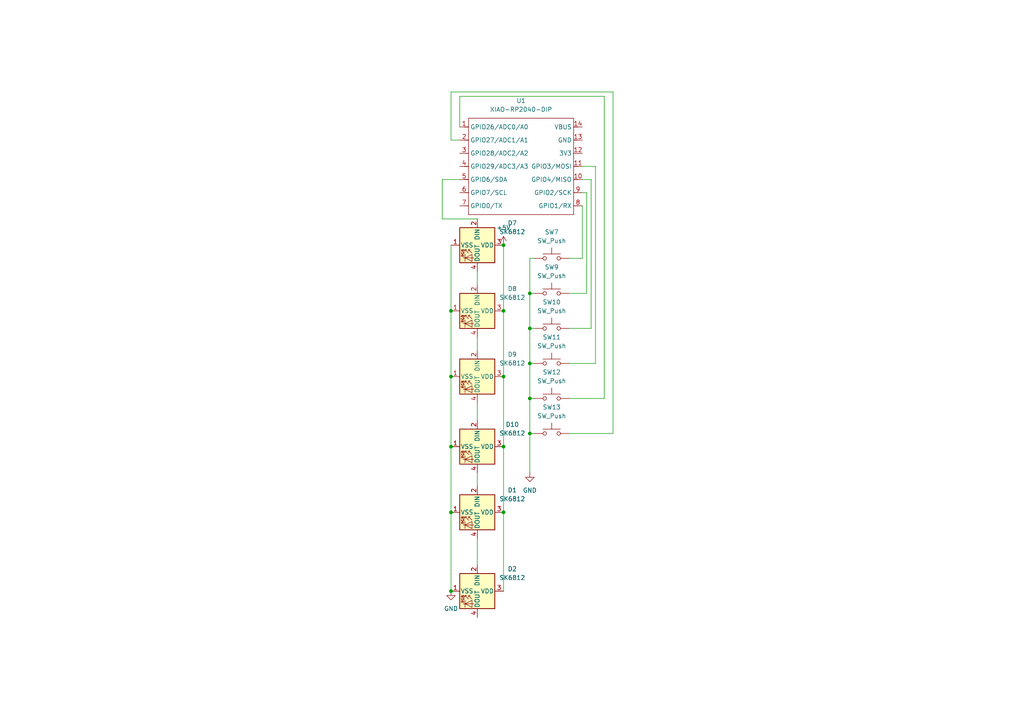
<source format=kicad_sch>
(kicad_sch (version 20250114) (generator "eeschema") (generator_version "9.0")
  (paper "A4")
  (lib_symbols
    (symbol "LED:SK6812" (pin_names (offset 0.254))
      (property "Reference" "D" (at 5.08 5.715 0))
      (property "Value" "SK6812" (at 1.27 -5.715 0))
      (symbol "SK6812_0_0"
        (text "RGB" (at 2.286 -4.191 0) (effects (font (size 0.762 0.762))))
      )
      (symbol "SK6812_0_1"
        (polyline (pts (xy 1.27 -2.54) (xy 1.778 -2.54)))
        (polyline (pts (xy 1.27 -3.556) (xy 1.778 -3.556)))
        (polyline (pts (xy 2.286 -1.524) (xy 1.27 -2.54) (xy 1.27 -2.032)))
        (polyline (pts (xy 2.286 -2.54) (xy 1.27 -3.556) (xy 1.27 -3.048)))
        (polyline (pts (xy 3.683 -1.016) (xy 3.683 -3.556) (xy 3.683 -4.064)))
        (polyline (pts (xy 4.699 -1.524) (xy 2.667 -1.524) (xy 3.683 -3.556) (xy 4.699 -1.524)))
        (polyline (pts (xy 4.699 -3.556) (xy 2.667 -3.556)))
        (rectangle (start 5.08 5.08) (end -5.08 -5.08) (stroke (width 0.254)) (fill (type background)))
      )
      (symbol "SK6812_1_1"
        (pin input line (at -7.62 0 0) (length 2.54) (name "DIN") (number "2"))
        (pin power_in line (at 0 7.62 270) (length 2.54) (name "VDD") (number "3"))
        (pin power_in line (at 0 -7.62 90) (length 2.54) (name "VSS") (number "1"))
        (pin output line (at 7.62 0 180) (length 2.54) (name "DOUT") (number "4"))
      )
    )
    (symbol "Seeed_Studio_XIAO_Series:XIAO-RP2040-DIP"
      (property "Reference" "U" (at 0 0 0))
      (property "Value" "XIAO-RP2040-DIP" (at 5.334 -1.778 0))
      (symbol "XIAO-RP2040-DIP_1_0"
        (polyline (pts (xy -1.27 -2.54) (xy 29.21 -2.54)) (stroke (width 0.1524)))
        (polyline (pts (xy -1.27 -5.08) (xy -2.54 -5.08)) (stroke (width 0.1524)))
        (polyline (pts (xy -1.27 -5.08) (xy -1.27 -2.54)) (stroke (width 0.1524)))
        (polyline (pts (xy -1.27 -8.89) (xy -2.54 -8.89)) (stroke (width 0.1524)))
        (polyline (pts (xy -1.27 -8.89) (xy -1.27 -5.08)) (stroke (width 0.1524)))
        (polyline (pts (xy -1.27 -12.7) (xy -2.54 -12.7)) (stroke (width 0.1524)))
        (polyline (pts (xy -1.27 -12.7) (xy -1.27 -8.89)) (stroke (width 0.1524)))
        (polyline (pts (xy -1.27 -16.51) (xy -2.54 -16.51)) (stroke (width 0.1524)))
        (polyline (pts (xy -1.27 -16.51) (xy -1.27 -12.7)) (stroke (width 0.1524)))
        (polyline (pts (xy -1.27 -20.32) (xy -2.54 -20.32)) (stroke (width 0.1524)))
        (polyline (pts (xy -1.27 -24.13) (xy -2.54 -24.13)) (stroke (width 0.1524)))
        (polyline (pts (xy -1.27 -27.94) (xy -2.54 -27.94)) (stroke (width 0.1524)))
        (polyline (pts (xy -1.27 -30.48) (xy -1.27 -16.51)) (stroke (width 0.1524)))
        (polyline (pts (xy 29.21 -2.54) (xy 29.21 -5.08)) (stroke (width 0.1524)))
        (polyline (pts (xy 29.21 -5.08) (xy 29.21 -8.89)) (stroke (width 0.1524)))
        (polyline (pts (xy 29.21 -8.89) (xy 29.21 -12.7)) (stroke (width 0.1524)))
        (polyline (pts (xy 29.21 -12.7) (xy 29.21 -30.48)) (stroke (width 0.1524)))
        (polyline (pts (xy 29.21 -30.48) (xy -1.27 -30.48)) (stroke (width 0.1524)))
        (polyline (pts (xy 30.48 -5.08) (xy 29.21 -5.08)) (stroke (width 0.1524)))
        (polyline (pts (xy 30.48 -8.89) (xy 29.21 -8.89)) (stroke (width 0.1524)))
        (polyline (pts (xy 30.48 -12.7) (xy 29.21 -12.7)) (stroke (width 0.1524)))
        (polyline (pts (xy 30.48 -16.51) (xy 29.21 -16.51)) (stroke (width 0.1524)))
        (polyline (pts (xy 30.48 -20.32) (xy 29.21 -20.32)) (stroke (width 0.1524)))
        (polyline (pts (xy 30.48 -24.13) (xy 29.21 -24.13)) (stroke (width 0.1524)))
        (polyline (pts (xy 30.48 -27.94) (xy 29.21 -27.94)) (stroke (width 0.1524)))
        (pin passive line (at -3.81 -5.08 0) (length 2.54) (name "GPIO26/ADC0/A0") (number "1"))
        (pin passive line (at -3.81 -8.89 0) (length 2.54) (name "GPIO27/ADC1/A1") (number "2"))
        (pin passive line (at -3.81 -12.7 0) (length 2.54) (name "GPIO28/ADC2/A2") (number "3"))
        (pin passive line (at -3.81 -16.51 0) (length 2.54) (name "GPIO29/ADC3/A3") (number "4"))
        (pin passive line (at -3.81 -20.32 0) (length 2.54) (name "GPIO6/SDA") (number "5"))
        (pin passive line (at -3.81 -24.13 0) (length 2.54) (name "GPIO7/SCL") (number "6"))
        (pin passive line (at -3.81 -27.94 0) (length 2.54) (name "GPIO0/TX") (number "7"))
        (pin passive line (at 31.75 -5.08 180) (length 2.54) (name "VBUS") (number "14"))
        (pin passive line (at 31.75 -8.89 180) (length 2.54) (name "GND") (number "13"))
        (pin passive line (at 31.75 -12.7 180) (length 2.54) (name "3V3") (number "12"))
        (pin passive line (at 31.75 -16.51 180) (length 2.54) (name "GPIO3/MOSI") (number "11"))
        (pin passive line (at 31.75 -20.32 180) (length 2.54) (name "GPIO4/MISO") (number "10"))
        (pin passive line (at 31.75 -24.13 180) (length 2.54) (name "GPIO2/SCK") (number "9"))
        (pin passive line (at 31.75 -27.94 180) (length 2.54) (name "GPIO1/RX") (number "8"))
      )
    )
    (symbol "Switch:SW_Push" (pin_numbers (hide yes)) (pin_names (offset 1.016) (hide yes))
      (property "Reference" "SW" (at 1.27 2.54 0))
      (property "Value" "SW_Push" (at 0 -1.524 0))
      (symbol "SW_Push_0_1"
        (circle (center -2.032 0) (radius 0.508))
        (polyline (pts (xy 0 1.27) (xy 0 3.048)))
        (circle (center 2.032 0) (radius 0.508))
        (polyline (pts (xy 2.54 1.27) (xy -2.54 1.27)))
        (pin passive line (at -5.08 0 0) (length 2.54) (name "1") (number "1"))
        (pin passive line (at 5.08 0 180) (length 2.54) (name "2") (number "2"))
      )
    )
    (symbol "power:+5V" (power) (pin_numbers (hide yes)) (pin_names (offset 0) (hide yes))
      (property "Value" "+5V" (at 0 3.556 0))
      (symbol "+5V_0_1"
        (polyline (pts (xy -0.762 1.27) (xy 0 2.54)))
        (polyline (pts (xy 0 2.54) (xy 0.762 1.27)))
        (polyline (pts (xy 0 0) (xy 0 2.54)))
      )
      (symbol "+5V_1_1"
        (pin power_in line (at 0 0 90) (length 0) (name "~") (number "1"))
      )
    )
    (symbol "power:GND" (power) (pin_numbers (hide yes)) (pin_names (offset 0) (hide yes))
      (property "Value" "GND" (at 0 -3.81 0))
      (symbol "GND_0_1"
        (polyline (pts (xy 0 0) (xy 0 -1.27) (xy 1.27 -1.27) (xy 0 -2.54) (xy -1.27 -1.27) (xy 0 -1.27)))
      )
      (symbol "GND_1_1"
        (pin power_in line (at 0 0 270) (length 0) (name "~") (number "1"))
      )
    )
  )
  (junction (at 130.81 90.17))
  (junction (at 153.67 115.57))
  (junction (at 130.81 171.45))
  (junction (at 130.81 148.59))
  (junction (at 130.81 109.22))
  (junction (at 153.67 85.09))
  (junction (at 146.05 109.22))
  (junction (at 130.81 129.54))
  (junction (at 146.05 90.17))
  (junction (at 153.67 125.73))
  (junction (at 146.05 129.54))
  (junction (at 146.05 148.59))
  (junction (at 153.67 105.41))
  (junction (at 146.05 71.12))
  (junction (at 153.67 95.25))
  (wire (pts (xy 146.05 129.54) (xy 146.05 148.59)))
  (wire (pts (xy 153.67 125.73) (xy 154.94 125.73)))
  (wire (pts (xy 153.67 115.57) (xy 153.67 125.73)))
  (wire (pts (xy 146.05 71.12) (xy 146.05 90.17)))
  (wire (pts (xy 130.81 148.59) (xy 130.81 171.45)))
  (wire (pts (xy 146.05 148.59) (xy 146.05 171.45)))
  (wire (pts (xy 177.8 26.67) (xy 177.8 125.73)))
  (wire (pts (xy 165.1 95.25) (xy 171.45 95.25)))
  (wire (pts (xy 138.43 97.79) (xy 138.43 101.6)))
  (wire (pts (xy 177.8 125.73) (xy 165.1 125.73)))
  (wire (pts (xy 153.67 95.25) (xy 154.94 95.25)))
  (wire (pts (xy 165.1 85.09) (xy 170.18 85.09)))
  (wire (pts (xy 146.05 109.22) (xy 146.05 129.54)))
  (wire (pts (xy 175.26 27.94) (xy 133.35 27.94)))
  (wire (pts (xy 171.45 52.07) (xy 168.91 52.07)))
  (wire (pts (xy 138.43 156.21) (xy 138.43 163.83)))
  (wire (pts (xy 153.67 105.41) (xy 153.67 115.57)))
  (wire (pts (xy 130.81 26.67) (xy 177.8 26.67)))
  (wire (pts (xy 153.67 85.09) (xy 153.67 95.25)))
  (wire (pts (xy 153.67 74.93) (xy 153.67 85.09)))
  (wire (pts (xy 172.72 105.41) (xy 172.72 48.26)))
  (wire (pts (xy 175.26 115.57) (xy 175.26 27.94)))
  (wire (pts (xy 130.81 71.12) (xy 130.81 90.17)))
  (wire (pts (xy 171.45 95.25) (xy 171.45 52.07)))
  (wire (pts (xy 153.67 105.41) (xy 154.94 105.41)))
  (wire (pts (xy 168.91 59.69) (xy 168.91 74.93)))
  (wire (pts (xy 130.81 40.64) (xy 130.81 26.67)))
  (wire (pts (xy 128.27 52.07) (xy 133.35 52.07)))
  (wire (pts (xy 130.81 109.22) (xy 130.81 129.54)))
  (wire (pts (xy 153.67 85.09) (xy 154.94 85.09)))
  (wire (pts (xy 172.72 48.26) (xy 168.91 48.26)))
  (wire (pts (xy 133.35 40.64) (xy 130.81 40.64)))
  (wire (pts (xy 138.43 78.74) (xy 138.43 82.55)))
  (wire (pts (xy 165.1 115.57) (xy 175.26 115.57)))
  (wire (pts (xy 130.81 90.17) (xy 130.81 109.22)))
  (wire (pts (xy 138.43 63.5) (xy 128.27 63.5)))
  (wire (pts (xy 165.1 105.41) (xy 172.72 105.41)))
  (wire (pts (xy 153.67 95.25) (xy 153.67 105.41)))
  (wire (pts (xy 128.27 63.5) (xy 128.27 52.07)))
  (wire (pts (xy 154.94 74.93) (xy 153.67 74.93)))
  (wire (pts (xy 168.91 55.88) (xy 170.18 55.88)))
  (wire (pts (xy 146.05 90.17) (xy 146.05 109.22)))
  (wire (pts (xy 153.67 115.57) (xy 154.94 115.57)))
  (wire (pts (xy 153.67 125.73) (xy 153.67 137.16)))
  (wire (pts (xy 130.81 129.54) (xy 130.81 148.59)))
  (wire (pts (xy 133.35 27.94) (xy 133.35 36.83)))
  (wire (pts (xy 165.1 74.93) (xy 168.91 74.93)))
  (wire (pts (xy 170.18 85.09) (xy 170.18 55.88)))
  (wire (pts (xy 138.43 137.16) (xy 138.43 140.97)))
  (wire (pts (xy 138.43 116.84) (xy 138.43 121.92)))
  (symbol (lib_id "Switch:SW_Push") (at 160.02 125.73 0) (unit 1)
    (property "Reference" "SW13" (at 160.02 118.11 0))
    (property "Value" "SW_Push" (at 160.02 120.65 0))
    (property "Footprint" "Button_Switch_Keyboard:SW_Cherry_MX_1.00u_PCB" (effects (hide yes)))
    (property "Description" "Push button switch, generic, two pins" (effects (hide yes)))
  )
  (symbol (lib_id "LED:SK6812") (at 138.43 148.59 270) (unit 1)
    (property "Reference" "D1" (at 148.59 142.1698 90))
    (property "Value" "SK6812" (at 148.59 144.7098 90))
    (property "Footprint" "LED_SMD:LED_SK6812_PLCC4_5.0x5.0mm_P3.2mm" (effects (hide yes)))
    (property "Datasheet" "https://cdn-shop.adafruit.com/product-files/1138/SK6812+LED+datasheet+.pdf" (effects (hide yes)))
    (property "Description" "RGB LED with integrated controller" (effects (hide yes)))
  )
  (symbol (lib_id "Seeed_Studio_XIAO_Series:XIAO-RP2040-DIP") (at 137.16 31.75 0) (unit 1)
    (property "Reference" "U1" (at 151.13 29.21 0))
    (property "Value" "XIAO-RP2040-DIP" (at 151.13 31.75 0))
    (property "Footprint" "OPL:XIAO-RP2040-DIP" (effects (hide yes)))
  )
  (symbol (lib_id "LED:SK6812") (at 138.43 129.54 270) (unit 1)
    (property "Reference" "D10" (at 148.59 123.1198 90))
    (property "Value" "SK6812" (at 148.59 125.6598 90))
    (property "Footprint" "LED_SMD:LED_SK6812_PLCC4_5.0x5.0mm_P3.2mm" (effects (hide yes)))
    (property "Datasheet" "https://cdn-shop.adafruit.com/product-files/1138/SK6812+LED+datasheet+.pdf" (effects (hide yes)))
    (property "Description" "RGB LED with integrated controller" (effects (hide yes)))
  )
  (symbol (lib_id "power:GND") (at 130.81 171.45 0) (unit 1)
    (property "Reference" "#PWR011" (effects (hide yes)))
    (property "Value" "GND" (at 130.81 176.53 0))
    (property "Description" "Power symbol creates a global label with name \"GND\" , ground" (effects (hide yes)))
  )
  (symbol (lib_id "LED:SK6812") (at 138.43 171.45 270) (unit 1)
    (property "Reference" "D2" (at 148.59 165.0298 90))
    (property "Value" "SK6812" (at 148.59 167.5698 90))
    (property "Footprint" "LED_SMD:LED_SK6812_PLCC4_5.0x5.0mm_P3.2mm" (effects (hide yes)))
    (property "Datasheet" "https://cdn-shop.adafruit.com/product-files/1138/SK6812+LED+datasheet+.pdf" (effects (hide yes)))
    (property "Description" "RGB LED with integrated controller" (effects (hide yes)))
  )
  (symbol (lib_id "Switch:SW_Push") (at 160.02 95.25 0) (unit 1)
    (property "Reference" "SW10" (at 160.02 87.63 0))
    (property "Value" "SW_Push" (at 160.02 90.17 0))
    (property "Footprint" "Button_Switch_Keyboard:SW_Cherry_MX_1.00u_PCB" (effects (hide yes)))
    (property "Description" "Push button switch, generic, two pins" (effects (hide yes)))
  )
  (symbol (lib_id "Switch:SW_Push") (at 160.02 74.93 0) (unit 1)
    (property "Reference" "SW7" (at 160.02 67.31 0))
    (property "Value" "SW_Push" (at 160.02 69.85 0))
    (property "Footprint" "Button_Switch_Keyboard:SW_Cherry_MX_1.00u_PCB" (effects (hide yes)))
    (property "Description" "Push button switch, generic, two pins" (effects (hide yes)))
  )
  (symbol (lib_id "Switch:SW_Push") (at 160.02 115.57 0) (unit 1)
    (property "Reference" "SW12" (at 160.02 107.95 0))
    (property "Value" "SW_Push" (at 160.02 110.49 0))
    (property "Footprint" "Button_Switch_Keyboard:SW_Cherry_MX_1.00u_PCB" (effects (hide yes)))
    (property "Description" "Push button switch, generic, two pins" (effects (hide yes)))
  )
  (symbol (lib_id "Switch:SW_Push") (at 160.02 85.09 0) (unit 1)
    (property "Reference" "SW9" (at 160.02 77.47 0))
    (property "Value" "SW_Push" (at 160.02 80.01 0))
    (property "Footprint" "Button_Switch_Keyboard:SW_Cherry_MX_1.00u_PCB" (effects (hide yes)))
    (property "Description" "Push button switch, generic, two pins" (effects (hide yes)))
  )
  (symbol (lib_id "LED:SK6812") (at 138.43 109.22 270) (unit 1)
    (property "Reference" "D9" (at 148.59 102.7998 90))
    (property "Value" "SK6812" (at 148.59 105.3398 90))
    (property "Footprint" "LED_SMD:LED_SK6812_PLCC4_5.0x5.0mm_P3.2mm" (effects (hide yes)))
    (property "Datasheet" "https://cdn-shop.adafruit.com/product-files/1138/SK6812+LED+datasheet+.pdf" (effects (hide yes)))
    (property "Description" "RGB LED with integrated controller" (effects (hide yes)))
  )
  (symbol (lib_id "Switch:SW_Push") (at 160.02 105.41 0) (unit 1)
    (property "Reference" "SW11" (at 160.02 97.79 0))
    (property "Value" "SW_Push" (at 160.02 100.33 0))
    (property "Footprint" "Button_Switch_Keyboard:SW_Cherry_MX_1.00u_PCB" (effects (hide yes)))
    (property "Description" "Push button switch, generic, two pins" (effects (hide yes)))
  )
  (symbol (lib_id "LED:SK6812") (at 138.43 90.17 270) (unit 1)
    (property "Reference" "D8" (at 148.59 83.7498 90))
    (property "Value" "SK6812" (at 148.59 86.2898 90))
    (property "Footprint" "LED_SMD:LED_SK6812_PLCC4_5.0x5.0mm_P3.2mm" (effects (hide yes)))
    (property "Datasheet" "https://cdn-shop.adafruit.com/product-files/1138/SK6812+LED+datasheet+.pdf" (effects (hide yes)))
    (property "Description" "RGB LED with integrated controller" (effects (hide yes)))
  )
  (symbol (lib_id "power:+5V") (at 146.05 71.12 0) (unit 1)
    (property "Reference" "#PWR02" (effects (hide yes)))
    (property "Value" "+5V" (at 146.05 66.04 0))
    (property "Description" "Power symbol creates a global label with name \"+5V\"" (effects (hide yes)))
  )
  (symbol (lib_id "power:GND") (at 153.67 137.16 0) (unit 1)
    (property "Reference" "#PWR01" (effects (hide yes)))
    (property "Value" "GND" (at 153.67 142.24 0))
    (property "Description" "Power symbol creates a global label with name \"GND\" , ground" (effects (hide yes)))
  )
  (symbol (lib_id "LED:SK6812") (at 138.43 71.12 270) (unit 1)
    (property "Reference" "D7" (at 148.59 64.6998 90))
    (property "Value" "SK6812" (at 148.59 67.2398 90))
    (property "Footprint" "LED_SMD:LED_SK6812_PLCC4_5.0x5.0mm_P3.2mm" (effects (hide yes)))
    (property "Datasheet" "https://cdn-shop.adafruit.com/product-files/1138/SK6812+LED+datasheet+.pdf" (effects (hide yes)))
    (property "Description" "RGB LED with integrated controller" (effects (hide yes)))
  )
)
</source>
